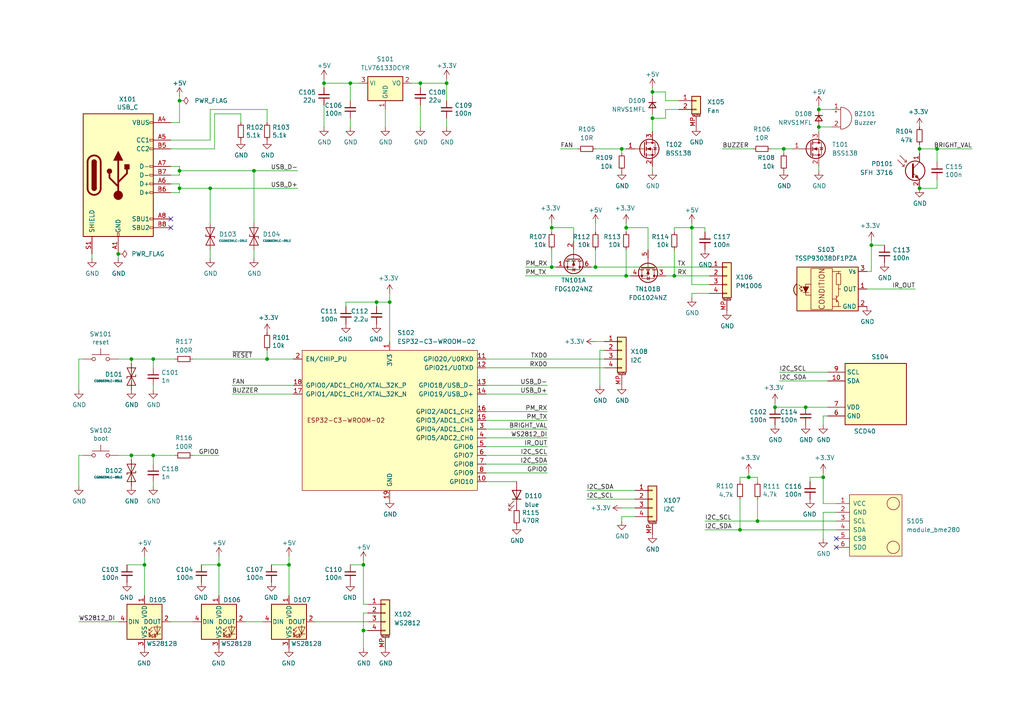
<source format=kicad_sch>
(kicad_sch (version 20230121) (generator eeschema)
  (paper "A4")
  (title_block (date "2024-01-13"))
  (junction (at 38.1 104.14))
  (junction (at 238.76 138.43))
  (junction (at 52.07 49.53))
  (junction (at 189.23 34.29))
  (junction (at 214.63 153.67))
  (junction (at 181.61 66.04))
  (junction (at 52.07 29.21))
  (junction (at 38.1 132.08))
  (junction (at 233.68 118.11))
  (junction (at 180.34 43.18))
  (junction (at 121.92 24.13))
  (junction (at 77.47 104.14))
  (junction (at 271.78 43.18))
  (junction (at 160.02 77.47))
  (junction (at 129.54 24.13))
  (junction (at 181.61 80.01))
  (junction (at 219.71 151.13))
  (junction (at 224.79 118.11))
  (junction (at 200.66 66.04))
  (junction (at 195.58 80.01))
  (junction (at 44.45 104.14))
  (junction (at 105.41 163.83))
  (junction (at 101.6 24.13))
  (junction (at 83.82 163.83))
  (junction (at 105.41 182.88))
  (junction (at 60.96 54.61))
  (junction (at 34.29 73.66))
  (junction (at 44.45 132.08))
  (junction (at 113.03 87.63))
  (junction (at 172.72 77.47))
  (junction (at 160.02 66.04))
  (junction (at 63.5 163.83))
  (junction (at 266.7 43.18))
  (junction (at 227.33 43.18))
  (junction (at 252.73 71.12))
  (junction (at 109.22 87.63))
  (junction (at 237.49 31.75))
  (junction (at 93.98 24.13))
  (junction (at 266.7 54.61))
  (junction (at 189.23 26.67))
  (junction (at 52.07 54.61))
  (junction (at 217.17 138.43))
  (junction (at 41.91 163.83))
  (junction (at 73.66 49.53))
  (junction (at 237.49 36.83))
  (no_connect (at 49.53 66.04))
  (no_connect (at 49.53 63.5))
  (no_connect (at 242.57 156.21))
  (no_connect (at 242.57 158.75))
  (wire (pts (xy 22.86 180.34) (xy 34.29 180.34)))
  (wire (pts (xy 52.07 49.53) (xy 73.66 49.53)))
  (wire (pts (xy 237.49 48.26) (xy 237.49 49.53)))
  (wire (pts (xy 187.96 66.04) (xy 187.96 72.39)))
  (wire (pts (xy 252.73 71.12) (xy 252.73 78.74)))
  (wire (pts (xy 52.07 50.8) (xy 52.07 49.53)))
  (wire (pts (xy 160.02 64.77) (xy 160.02 66.04)))
  (wire (pts (xy 140.97 111.76) (xy 158.75 111.76)))
  (wire (pts (xy 52.07 27.94) (xy 52.07 29.21)))
  (wire (pts (xy 251.46 78.74) (xy 252.73 78.74)))
  (wire (pts (xy 38.1 104.14) (xy 38.1 105.41)))
  (wire (pts (xy 49.53 35.56) (xy 52.07 35.56)))
  (wire (pts (xy 214.63 138.43) (xy 214.63 139.7)))
  (wire (pts (xy 83.82 163.83) (xy 83.82 172.72)))
  (wire (pts (xy 22.86 104.14) (xy 22.86 113.03)))
  (wire (pts (xy 166.37 66.04) (xy 166.37 69.85)))
  (wire (pts (xy 180.34 147.32) (xy 184.15 147.32)))
  (wire (pts (xy 101.6 34.29) (xy 101.6 36.83)))
  (wire (pts (xy 252.73 71.12) (xy 252.73 69.85)))
  (wire (pts (xy 44.45 104.14) (xy 44.45 106.68)))
  (wire (pts (xy 78.74 163.83) (xy 83.82 163.83)))
  (wire (pts (xy 38.1 104.14) (xy 44.45 104.14)))
  (wire (pts (xy 121.92 30.48) (xy 121.92 36.83)))
  (wire (pts (xy 77.47 104.14) (xy 85.09 104.14)))
  (wire (pts (xy 105.41 175.26) (xy 106.68 175.26)))
  (wire (pts (xy 181.61 64.77) (xy 181.61 66.04)))
  (wire (pts (xy 172.72 72.39) (xy 172.72 77.47)))
  (wire (pts (xy 171.45 77.47) (xy 172.72 77.47)))
  (wire (pts (xy 237.49 36.83) (xy 237.49 38.1)))
  (wire (pts (xy 60.96 54.61) (xy 86.36 54.61)))
  (wire (pts (xy 109.22 87.63) (xy 100.33 87.63)))
  (wire (pts (xy 100.33 87.63) (xy 100.33 88.9)))
  (wire (pts (xy 105.41 162.56) (xy 105.41 163.83)))
  (wire (pts (xy 193.04 34.29) (xy 189.23 34.29)))
  (wire (pts (xy 105.41 182.88) (xy 106.68 182.88)))
  (wire (pts (xy 238.76 148.59) (xy 238.76 156.21)))
  (wire (pts (xy 93.98 30.48) (xy 93.98 36.83)))
  (wire (pts (xy 172.72 77.47) (xy 205.74 77.47)))
  (wire (pts (xy 214.63 153.67) (xy 214.63 144.78)))
  (wire (pts (xy 44.45 132.08) (xy 50.8 132.08)))
  (wire (pts (xy 266.7 43.18) (xy 266.7 44.45)))
  (wire (pts (xy 227.33 43.18) (xy 229.87 43.18)))
  (wire (pts (xy 181.61 66.04) (xy 181.61 67.31)))
  (wire (pts (xy 205.74 85.09) (xy 200.66 85.09)))
  (wire (pts (xy 205.74 82.55) (xy 200.66 82.55)))
  (wire (pts (xy 140.97 134.62) (xy 158.75 134.62)))
  (wire (pts (xy 195.58 80.01) (xy 205.74 80.01)))
  (wire (pts (xy 140.97 127) (xy 158.75 127)))
  (wire (pts (xy 223.52 43.18) (xy 227.33 43.18)))
  (wire (pts (xy 172.72 43.18) (xy 180.34 43.18)))
  (wire (pts (xy 49.53 180.34) (xy 55.88 180.34)))
  (wire (pts (xy 219.71 151.13) (xy 219.71 144.78)))
  (wire (pts (xy 160.02 72.39) (xy 160.02 77.47)))
  (wire (pts (xy 217.17 137.16) (xy 217.17 138.43)))
  (wire (pts (xy 180.34 149.86) (xy 184.15 149.86)))
  (wire (pts (xy 129.54 34.29) (xy 129.54 36.83)))
  (wire (pts (xy 237.49 30.48) (xy 237.49 31.75)))
  (wire (pts (xy 140.97 119.38) (xy 158.75 119.38)))
  (wire (pts (xy 106.68 177.8) (xy 105.41 177.8)))
  (wire (pts (xy 237.49 36.83) (xy 241.3 36.83)))
  (wire (pts (xy 189.23 33.02) (xy 189.23 34.29)))
  (wire (pts (xy 227.33 43.18) (xy 227.33 44.45)))
  (wire (pts (xy 238.76 120.65) (xy 238.76 123.19)))
  (wire (pts (xy 195.58 72.39) (xy 195.58 80.01)))
  (wire (pts (xy 160.02 66.04) (xy 166.37 66.04)))
  (wire (pts (xy 226.06 110.49) (xy 240.03 110.49)))
  (wire (pts (xy 58.42 163.83) (xy 63.5 163.83)))
  (wire (pts (xy 224.79 118.11) (xy 233.68 118.11)))
  (wire (pts (xy 52.07 55.88) (xy 52.07 54.61)))
  (wire (pts (xy 69.85 33.02) (xy 69.85 35.56)))
  (wire (pts (xy 140.97 106.68) (xy 175.26 106.68)))
  (wire (pts (xy 85.09 111.76) (xy 67.31 111.76)))
  (wire (pts (xy 34.29 74.93) (xy 34.29 73.66)))
  (wire (pts (xy 181.61 80.01) (xy 182.88 80.01)))
  (wire (pts (xy 140.97 104.14) (xy 175.26 104.14)))
  (wire (pts (xy 77.47 31.75) (xy 77.47 35.56)))
  (wire (pts (xy 113.03 85.09) (xy 113.03 87.63)))
  (wire (pts (xy 234.95 138.43) (xy 238.76 138.43)))
  (wire (pts (xy 77.47 101.6) (xy 77.47 104.14)))
  (wire (pts (xy 173.99 101.6) (xy 173.99 111.76)))
  (wire (pts (xy 49.53 48.26) (xy 52.07 48.26)))
  (wire (pts (xy 129.54 22.86) (xy 129.54 24.13)))
  (wire (pts (xy 119.38 24.13) (xy 121.92 24.13)))
  (wire (pts (xy 214.63 153.67) (xy 242.57 153.67)))
  (wire (pts (xy 60.96 31.75) (xy 77.47 31.75)))
  (wire (pts (xy 189.23 26.67) (xy 193.04 26.67)))
  (wire (pts (xy 101.6 163.83) (xy 105.41 163.83)))
  (wire (pts (xy 113.03 87.63) (xy 113.03 99.06)))
  (wire (pts (xy 180.34 43.18) (xy 180.34 44.45)))
  (wire (pts (xy 52.07 29.21) (xy 52.07 35.56)))
  (wire (pts (xy 217.17 138.43) (xy 214.63 138.43)))
  (wire (pts (xy 140.97 132.08) (xy 158.75 132.08)))
  (wire (pts (xy 73.66 64.77) (xy 73.66 49.53)))
  (wire (pts (xy 224.79 116.84) (xy 224.79 118.11)))
  (wire (pts (xy 93.98 24.13) (xy 101.6 24.13)))
  (wire (pts (xy 140.97 124.46) (xy 158.75 124.46)))
  (wire (pts (xy 173.99 101.6) (xy 175.26 101.6)))
  (wire (pts (xy 52.07 54.61) (xy 60.96 54.61)))
  (wire (pts (xy 219.71 151.13) (xy 204.47 151.13)))
  (wire (pts (xy 172.72 99.06) (xy 175.26 99.06)))
  (wire (pts (xy 49.53 43.18) (xy 62.23 43.18)))
  (wire (pts (xy 41.91 163.83) (xy 41.91 172.72)))
  (wire (pts (xy 55.88 104.14) (xy 77.47 104.14)))
  (wire (pts (xy 204.47 67.31) (xy 204.47 66.04)))
  (wire (pts (xy 36.83 163.83) (xy 41.91 163.83)))
  (wire (pts (xy 121.92 24.13) (xy 129.54 24.13)))
  (wire (pts (xy 34.29 132.08) (xy 38.1 132.08)))
  (wire (pts (xy 195.58 67.31) (xy 195.58 66.04)))
  (wire (pts (xy 83.82 161.29) (xy 83.82 163.83)))
  (wire (pts (xy 209.55 43.18) (xy 218.44 43.18)))
  (wire (pts (xy 111.76 31.75) (xy 111.76 36.83)))
  (wire (pts (xy 172.72 64.77) (xy 172.72 67.31)))
  (wire (pts (xy 196.85 29.21) (xy 193.04 29.21)))
  (wire (pts (xy 152.4 77.47) (xy 160.02 77.47)))
  (wire (pts (xy 200.66 66.04) (xy 204.47 66.04)))
  (wire (pts (xy 193.04 29.21) (xy 193.04 26.67)))
  (wire (pts (xy 200.66 64.77) (xy 200.66 66.04)))
  (wire (pts (xy 71.12 180.34) (xy 76.2 180.34)))
  (wire (pts (xy 160.02 66.04) (xy 160.02 67.31)))
  (wire (pts (xy 170.18 144.78) (xy 184.15 144.78)))
  (wire (pts (xy 238.76 138.43) (xy 238.76 146.05)))
  (wire (pts (xy 73.66 49.53) (xy 86.36 49.53)))
  (wire (pts (xy 63.5 161.29) (xy 63.5 163.83)))
  (wire (pts (xy 219.71 138.43) (xy 219.71 139.7)))
  (wire (pts (xy 26.67 74.93) (xy 26.67 73.66)))
  (wire (pts (xy 129.54 24.13) (xy 129.54 29.21)))
  (wire (pts (xy 195.58 66.04) (xy 200.66 66.04)))
  (wire (pts (xy 252.73 71.12) (xy 256.54 71.12)))
  (wire (pts (xy 189.23 34.29) (xy 189.23 38.1)))
  (wire (pts (xy 44.45 104.14) (xy 50.8 104.14)))
  (wire (pts (xy 121.92 24.13) (xy 121.92 25.4)))
  (wire (pts (xy 271.78 46.99) (xy 271.78 43.18)))
  (wire (pts (xy 233.68 118.11) (xy 240.03 118.11)))
  (wire (pts (xy 193.04 80.01) (xy 195.58 80.01)))
  (wire (pts (xy 101.6 24.13) (xy 104.14 24.13)))
  (wire (pts (xy 22.86 132.08) (xy 22.86 140.97)))
  (wire (pts (xy 44.45 132.08) (xy 44.45 134.62)))
  (wire (pts (xy 170.18 142.24) (xy 184.15 142.24)))
  (wire (pts (xy 217.17 138.43) (xy 219.71 138.43)))
  (wire (pts (xy 52.07 54.61) (xy 52.07 53.34)))
  (wire (pts (xy 73.66 74.93) (xy 73.66 72.39)))
  (wire (pts (xy 55.88 132.08) (xy 63.5 132.08)))
  (wire (pts (xy 266.7 54.61) (xy 271.78 54.61)))
  (wire (pts (xy 93.98 24.13) (xy 93.98 22.86)))
  (wire (pts (xy 152.4 80.01) (xy 181.61 80.01)))
  (wire (pts (xy 237.49 31.75) (xy 241.3 31.75)))
  (wire (pts (xy 238.76 137.16) (xy 238.76 138.43)))
  (wire (pts (xy 105.41 177.8) (xy 105.41 182.88)))
  (wire (pts (xy 113.03 87.63) (xy 109.22 87.63)))
  (wire (pts (xy 38.1 132.08) (xy 44.45 132.08)))
  (wire (pts (xy 49.53 55.88) (xy 52.07 55.88)))
  (wire (pts (xy 140.97 129.54) (xy 158.75 129.54)))
  (wire (pts (xy 105.41 163.83) (xy 105.41 175.26)))
  (wire (pts (xy 24.13 104.14) (xy 22.86 104.14)))
  (wire (pts (xy 226.06 107.95) (xy 240.03 107.95)))
  (wire (pts (xy 109.22 87.63) (xy 109.22 88.9)))
  (wire (pts (xy 63.5 163.83) (xy 63.5 172.72)))
  (wire (pts (xy 189.23 49.53) (xy 189.23 48.26)))
  (wire (pts (xy 41.91 161.29) (xy 41.91 163.83)))
  (wire (pts (xy 242.57 148.59) (xy 238.76 148.59)))
  (wire (pts (xy 160.02 77.47) (xy 161.29 77.47)))
  (wire (pts (xy 101.6 24.13) (xy 101.6 29.21)))
  (wire (pts (xy 62.23 43.18) (xy 62.23 33.02)))
  (wire (pts (xy 189.23 25.4) (xy 189.23 26.67)))
  (wire (pts (xy 49.53 40.64) (xy 60.96 40.64)))
  (wire (pts (xy 60.96 64.77) (xy 60.96 54.61)))
  (wire (pts (xy 180.34 43.18) (xy 181.61 43.18)))
  (wire (pts (xy 219.71 151.13) (xy 242.57 151.13)))
  (wire (pts (xy 140.97 114.3) (xy 158.75 114.3)))
  (wire (pts (xy 251.46 83.82) (xy 265.43 83.82)))
  (wire (pts (xy 38.1 132.08) (xy 38.1 133.35)))
  (wire (pts (xy 214.63 153.67) (xy 204.47 153.67)))
  (wire (pts (xy 181.61 66.04) (xy 187.96 66.04)))
  (wire (pts (xy 271.78 43.18) (xy 281.94 43.18)))
  (wire (pts (xy 24.13 132.08) (xy 22.86 132.08)))
  (wire (pts (xy 196.85 31.75) (xy 193.04 31.75)))
  (wire (pts (xy 105.41 182.88) (xy 105.41 187.96)))
  (wire (pts (xy 180.34 149.86) (xy 180.34 151.13)))
  (wire (pts (xy 140.97 137.16) (xy 158.75 137.16)))
  (wire (pts (xy 266.7 41.91) (xy 266.7 43.18)))
  (wire (pts (xy 44.45 139.7) (xy 44.45 140.97)))
  (wire (pts (xy 266.7 43.18) (xy 271.78 43.18)))
  (wire (pts (xy 52.07 48.26) (xy 52.07 49.53)))
  (wire (pts (xy 34.29 104.14) (xy 38.1 104.14)))
  (wire (pts (xy 189.23 26.67) (xy 189.23 27.94)))
  (wire (pts (xy 93.98 24.13) (xy 93.98 25.4)))
  (wire (pts (xy 49.53 50.8) (xy 52.07 50.8)))
  (wire (pts (xy 234.95 139.7) (xy 234.95 138.43)))
  (wire (pts (xy 181.61 72.39) (xy 181.61 80.01)))
  (wire (pts (xy 91.44 180.34) (xy 106.68 180.34)))
  (wire (pts (xy 200.66 66.04) (xy 200.66 82.55)))
  (wire (pts (xy 49.53 53.34) (xy 52.07 53.34)))
  (wire (pts (xy 193.04 31.75) (xy 193.04 34.29)))
  (wire (pts (xy 62.23 33.02) (xy 69.85 33.02)))
  (wire (pts (xy 240.03 120.65) (xy 238.76 120.65)))
  (wire (pts (xy 162.56 43.18) (xy 167.64 43.18)))
  (wire (pts (xy 271.78 54.61) (xy 271.78 52.07)))
  (wire (pts (xy 140.97 139.7) (xy 149.86 139.7)))
  (wire (pts (xy 85.09 114.3) (xy 67.31 114.3)))
  (wire (pts (xy 60.96 40.64) (xy 60.96 31.75)))
  (wire (pts (xy 44.45 111.76) (xy 44.45 113.03)))
  (wire (pts (xy 200.66 85.09) (xy 200.66 86.36)))
  (wire (pts (xy 140.97 121.92) (xy 158.75 121.92)))
  (wire (pts (xy 60.96 72.39) (xy 60.96 74.93)))
  (wire (pts (xy 238.76 146.05) (xy 242.57 146.05)))
  (label "FAN" (at 162.56 43.18 0))
  (label "~{RESET}" (at 67.31 104.14 0))
  (label "USB_D+" (at 158.75 114.3 180))
  (label "PM_RX" (at 158.75 119.38 180))
  (label "IR_OUT" (at 265.43 83.82 180))
  (label "FAN" (at 67.31 111.76 0))
  (label "WS2812_DI" (at 22.86 180.34 0))
  (label "BRIGHT_VAL" (at 281.94 43.18 180))
  (label "TX" (at 196.469 77.47 0))
  (label "RXD0" (at 158.75 106.68 180))
  (label "PM_RX" (at 152.4 77.47 0))
  (label "IR_OUT" (at 158.75 129.54 180))
  (label "WS2812_DI" (at 158.75 127 180))
  (label "USB_D-" (at 86.36 49.53 180))
  (label "I2C_SCL" (at 158.75 132.08 180))
  (label "RX" (at 196.469 80.01 0))
  (label "BUZZER" (at 67.31 114.3 0))
  (label "PM_TX" (at 152.4 80.01 0))
  (label "I2C_SDA" (at 204.47 153.67 0))
  (label "I2C_SCL" (at 204.47 151.13 0))
  (label "GPIO0" (at 63.5 132.08 180))
  (label "GPIO0" (at 158.75 137.16 180))
  (label "I2C_SCL" (at 170.18 144.78 0))
  (label "TXD0" (at 158.75 104.14 180))
  (label "I2C_SDA" (at 226.06 110.49 0))
  (label "I2C_SCL" (at 226.06 107.95 0))
  (label "USB_D-" (at 158.75 111.76 180))
  (label "I2C_SDA" (at 170.18 142.24 0))
  (label "I2C_SDA" (at 158.75 134.62 180))
  (label "BUZZER" (at 209.55 43.18 0))
  (label "BRIGHT_VAL" (at 158.75 124.46 180))
  (label "PM_TX" (at 158.75 121.92 180))
  (label "USB_D+" (at 86.36 54.61 180))
  (symbol (lib_id "Device:C_Small") (at 204.47 69.85 0) (unit 1)
    (property "Reference" "C117" (at 206.8068 68.6816 0) (effects (justify left)))
    (property "Value" "100n" (at 206.8068 70.993 0) (effects (justify left)))
    (property "Footprint" "Capacitor_SMD:C_0603_1608Metric" (effects hide))
  )
  (symbol (lib_id "Connector_Generic_MountingPin:Conn_01x04_MountingPin") (at 210.82 80.01 0) (unit 1)
    (property "Reference" "X106" (at 213.36 80.3656 0) (effects (justify left)))
    (property "Value" "PM1006" (at 213.36 82.9056 0) (effects (justify left)))
    (property "Footprint" "Connector_JST:JST_SH_BM04B-SRSS-TB_1x04-1MP_P1.00mm_Vertical" (effects hide))
    (property "Partnumber" "649-10147605-00004LF" (effects hide))
    (property "Supplier" "Mouser" (effects hide))
  )
  (symbol (lib_id "power:+5V") (at 172.72 64.77 0) (unit 1)
    (property "Reference" "#PWR0158" (effects hide))
    (property "Value" "+5V" (at 172.72 60.96 0))
  )
  (symbol (lib_id "Device:R_Small") (at 220.98 43.18 90) (mirror x) (unit 1)
    (property "Reference" "R106" (at 220.98 37.465 90))
    (property "Value" "10R" (at 220.98 40.005 90))
    (property "Footprint" "Resistor_SMD:R_0603_1608Metric" (effects hide))
  )
  (symbol (lib_id "power:+3.3V") (at 113.03 85.09 0) (mirror y) (unit 1)
    (property "Reference" "#PWR0139" (effects hide))
    (property "Value" "+3.3V" (at 112.649 80.6958 0))
  )
  (symbol (lib_id "Connector:USB_C_Receptacle_USB2.0") (at 34.29 50.8 0) (unit 1)
    (property "Reference" "X101" (at 37.0078 28.7782 0))
    (property "Value" "USB_C" (at 37.0078 31.0896 0))
    (property "Footprint" "Connector_USB:USB_C_Receptacle_GCT_USB4115-03-C" (effects hide))
    (property "Partnumber" "640-USB4115-03-C" (effects hide))
    (property "Supplier" "Mouser" (effects hide))
  )
  (symbol (lib_id "Transistor_FET:FDG1024NZ") (at 166.37 74.93 270) (unit 1)
    (property "Reference" "TN101" (at 166.37 81.28 90))
    (property "Value" "FDG1024NZ" (at 166.37 83.82 90))
    (property "Footprint" "Package_TO_SOT_SMD:SOT-363_SC-70-6" (effects hide))
    (property "Datasheet" "https://www.onsemi.com/pub/Collateral/FDG1024NZ-D.pdf" (effects hide))
    (property "Partnumber" "512-FDG1024NZ" (effects hide))
    (property "Supplier" "Mouser" (effects hide))
  )
  (symbol (lib_id "Device:C_Small") (at 233.68 120.65 0) (mirror y) (unit 1)
    (property "Reference" "C114" (at 231.3432 119.4816 0) (effects (justify left)))
    (property "Value" "100n" (at 231.3432 121.793 0) (effects (justify left)))
    (property "Footprint" "Capacitor_SMD:C_0603_1608Metric" (effects hide))
  )
  (symbol (lib_id "Switch:SW_Push") (at 29.21 104.14 0) (unit 1)
    (property "Reference" "SW101" (at 29.21 96.901 0))
    (property "Value" "reset" (at 29.21 99.2124 0))
    (property "Footprint" "Button_Switch_SMD:SW_SPST_B3U-1000P" (effects hide))
    (property "Partnumber" "653-B3U-1000P" (effects hide))
    (property "Supplier" "Mouser" (effects hide))
  )
  (symbol (lib_id "Device:C_Small") (at 44.45 137.16 0) (unit 1)
    (property "Reference" "C118" (at 46.7868 135.9916 0) (effects (justify left)))
    (property "Value" "1n" (at 46.7868 138.303 0) (effects (justify left)))
    (property "Footprint" "Capacitor_SMD:C_0603_1608Metric" (effects hide))
  )
  (symbol (lib_id "Device:R_Small") (at 149.86 149.86 180) (unit 1)
    (property "Reference" "R115" (at 151.3586 148.6916 0) (effects (justify right)))
    (property "Value" "470R" (at 151.3586 151.003 0) (effects (justify right)))
    (property "Footprint" "Resistor_SMD:R_0603_1608Metric" (effects hide))
  )
  (symbol (lib_id "power:GND") (at 233.68 123.19 0) (unit 1)
    (property "Reference" "#PWR0147" (effects hide))
    (property "Value" "GND" (at 233.807 127.5842 0))
  )
  (symbol (lib_id "power:GND") (at 237.49 49.53 0) (unit 1)
    (property "Reference" "#PWR0110" (effects hide))
    (property "Value" "GND" (at 237.617 53.9242 0))
  )
  (symbol (lib_id "Device:C_Small") (at 100.33 91.44 0) (mirror y) (unit 1)
    (property "Reference" "C111" (at 97.9932 90.2716 0) (effects (justify left)))
    (property "Value" "100n" (at 97.9932 92.583 0) (effects (justify left)))
    (property "Footprint" "Capacitor_SMD:C_0603_1608Metric" (effects hide))
  )
  (symbol (lib_id "power:GND") (at 60.96 74.93 0) (unit 1)
    (property "Reference" "#PWR0111" (effects hide))
    (property "Value" "GND" (at 61.087 79.3242 0))
  )
  (symbol (lib_id "power:GND") (at 180.34 49.53 0) (unit 1)
    (property "Reference" "#PWR0152" (effects hide))
    (property "Value" "GND" (at 180.467 53.9242 0))
  )
  (symbol (lib_id "power:GND") (at 101.6 168.91 0) (mirror y) (unit 1)
    (property "Reference" "#PWR0133" (effects hide))
    (property "Value" "GND" (at 101.473 173.3042 0))
  )
  (symbol (lib_id "power:GND") (at 44.45 113.03 0) (unit 1)
    (property "Reference" "#PWR0108" (effects hide))
    (property "Value" "GND" (at 44.577 117.4242 0))
  )
  (symbol (lib_id "power:+3.3V") (at 266.7 36.83 0) (mirror y) (unit 1)
    (property "Reference" "#PWR0148" (effects hide))
    (property "Value" "+3.3V" (at 266.319 32.4358 0))
  )
  (symbol (lib_id "power:GND") (at 38.1 140.97 0) (unit 1)
    (property "Reference" "#PWR0106" (effects hide))
    (property "Value" "GND" (at 38.227 145.3642 0))
  )
  (symbol (lib_id "Diode:ESD9B5.0ST5G") (at 38.1 137.16 270) (mirror x) (unit 1)
    (property "Reference" "D102" (at 35.56 136.525 90) (effects (justify right)))
    (property "Value" "CG0603MLC-05LE" (at 35.56 138.43 90) (effects (font (size 0.6 0.6)) (justify right)))
    (property "Footprint" "Diode_SMD:D_0603_1608Metric" (effects hide))
    (property "Datasheet" "https://www.onsemi.com/pub/Collateral/ESD9B-D.PDF" (effects hide))
    (property "Partnumber" "652-CG0603MLC-05LE" (effects hide))
    (property "Supplier" "Mouser" (effects hide))
  )
  (symbol (lib_id "Connector_Generic_MountingPin:Conn_01x02_MountingPin") (at 201.93 29.21 0) (unit 1)
    (property "Reference" "X105" (at 205.105 29.5656 0) (effects (justify left)))
    (property "Value" "Fan" (at 205.105 32.1056 0) (effects (justify left)))
    (property "Footprint" "Connector_JST:JST_SH_BM02B-SRSS-TB_1x02-1MP_P1.00mm_Vertical" (effects hide))
    (property "Partnumber" "649-10147605-00002LF" (effects hide))
    (property "Supplier" "Mouser" (effects hide))
  )
  (symbol (lib_id "Switch:SW_Push") (at 29.21 132.08 0) (unit 1)
    (property "Reference" "SW102" (at 29.21 124.841 0))
    (property "Value" "boot" (at 29.21 127.1524 0))
    (property "Footprint" "Button_Switch_SMD:SW_SPST_B3U-1000P" (effects hide))
    (property "Partnumber" "653-B3U-1000P" (effects hide))
    (property "Supplier" "Mouser" (effects hide))
  )
  (symbol (lib_id "power:GND") (at 93.98 36.83 0) (unit 1)
    (property "Reference" "#PWR0122" (effects hide))
    (property "Value" "GND" (at 94.107 41.2242 0))
  )
  (symbol (lib_id "power:GND") (at 251.46 88.9 0) (unit 1)
    (property "Reference" "#PWR0142" (effects hide))
    (property "Value" "GND" (at 251.587 93.2942 0))
  )
  (symbol (lib_id "power:GND") (at 26.67 74.93 0) (unit 1)
    (property "Reference" "#PWR0103" (effects hide))
    (property "Value" "GND" (at 26.797 79.3242 0))
  )
  (symbol (lib_id "power:+3.3V") (at 180.34 147.32 90) (mirror x) (unit 1)
    (property "Reference" "#PWR0172" (effects hide))
    (property "Value" "+3.3V" (at 177.165 147.32 90) (effects (justify left)))
  )
  (symbol (lib_id "power:GND") (at 238.76 156.21 0) (unit 1)
    (property "Reference" "#PWR0162" (effects hide))
    (property "Value" "GND" (at 238.887 160.6042 0))
  )
  (symbol (lib_id "Diode:ESD9B5.0ST5G") (at 38.1 109.22 270) (mirror x) (unit 1)
    (property "Reference" "D101" (at 35.56 108.585 90) (effects (justify right)))
    (property "Value" "CG0603MLC-05LE" (at 35.56 110.49 90) (effects (font (size 0.6 0.6)) (justify right)))
    (property "Footprint" "Diode_SMD:D_0603_1608Metric" (effects hide))
    (property "Datasheet" "https://www.onsemi.com/pub/Collateral/ESD9B-D.PDF" (effects hide))
    (property "Partnumber" "652-CG0603MLC-05LE" (effects hide))
    (property "Supplier" "Mouser" (effects hide))
  )
  (symbol (lib_id "Connector_Generic_MountingPin:Conn_01x04_MountingPin") (at 180.34 101.6 0) (unit 1)
    (property "Reference" "X108" (at 182.88 101.9556 0) (effects (justify left)))
    (property "Value" "I2C" (at 182.88 104.4956 0) (effects (justify left)))
    (property "Footprint" "Connector_JST:JST_SH_BM04B-SRSS-TB_1x04-1MP_P1.00mm_Vertical" (effects hide))
    (property "Supplier" "Mouser" (effects hide))
    (property "Partnumber" "649-10147605-00004LF" (effects hide))
  )
  (symbol (lib_id "power:+5V") (at 237.49 30.48 0) (unit 1)
    (property "Reference" "#PWR0154" (effects hide))
    (property "Value" "+5V" (at 237.49 26.67 0))
  )
  (symbol (lib_id "Device:C_Small") (at 271.78 49.53 0) (unit 1)
    (property "Reference" "C115" (at 274.1168 48.3616 0) (effects (justify left)))
    (property "Value" "100n" (at 274.1168 50.673 0) (effects (justify left)))
    (property "Footprint" "Capacitor_SMD:C_0603_1608Metric" (effects hide))
  )
  (symbol (lib_id "usini_sensors:module_bme280") (at 242.57 153.67 0) (unit 1)
    (property "Reference" "S105" (at 262.89 151.13 0) (effects (justify left)))
    (property "Value" "module_bme280" (at 262.89 153.67 0) (effects (justify left)))
    (property "Footprint" "footprint:module_bme280" (effects hide))
  )
  (symbol (lib_id "Device:C_Small") (at 36.83 166.37 0) (mirror y) (unit 1)
    (property "Reference" "C103" (at 34.4932 165.2016 0) (effects (justify left)))
    (property "Value" "100n" (at 34.4932 167.513 0) (effects (justify left)))
    (property "Footprint" "Capacitor_SMD:C_0603_1608Metric" (effects hide))
  )
  (symbol (lib_id "Device:D_Small") (at 189.23 30.48 270) (unit 1)
    (property "Reference" "D109" (at 187.325 29.21 90) (effects (justify right)))
    (property "Value" "NRVS1MFL" (at 187.325 31.75 90) (effects (justify right)))
    (property "Footprint" "Diode_SMD:D_SOD-123F" (effects hide))
    (property "Sim.Device" "D" (effects hide))
    (property "Sim.Pins" "1=K 2=A" (effects hide))
  )
  (symbol (lib_id "power:GND") (at 83.82 187.96 0) (mirror y) (unit 1)
    (property "Reference" "#PWR0129" (effects hide))
    (property "Value" "GND" (at 83.693 192.3542 0))
  )
  (symbol (lib_id "power:GND") (at 227.33 49.53 0) (unit 1)
    (property "Reference" "#PWR0151" (effects hide))
    (property "Value" "GND" (at 227.457 53.9242 0))
  )
  (symbol (lib_id "Device:R_Small") (at 69.85 38.1 180) (unit 1)
    (property "Reference" "R102" (at 71.3486 36.9316 0) (effects (justify right)))
    (property "Value" "5.1k" (at 71.3486 39.243 0) (effects (justify right)))
    (property "Footprint" "Resistor_SMD:R_0603_1608Metric" (effects hide))
  )
  (symbol (lib_id "power:GND") (at 101.6 36.83 0) (unit 1)
    (property "Reference" "#PWR0123" (effects hide))
    (property "Value" "GND" (at 101.727 41.2242 0))
  )
  (symbol (lib_id "power:GND") (at 22.86 113.03 0) (unit 1)
    (property "Reference" "#PWR0101" (effects hide))
    (property "Value" "GND" (at 22.987 117.4242 0))
  )
  (symbol (lib_id "power:+5V") (at 52.07 27.94 0) (unit 1)
    (property "Reference" "#PWR0109" (effects hide))
    (property "Value" "+5V" (at 52.07 24.13 0))
  )
  (symbol (lib_id "power:GND") (at 256.54 76.2 0) (unit 1)
    (property "Reference" "#PWR0143" (effects hide))
    (property "Value" "GND" (at 256.667 80.5942 0))
  )
  (symbol (lib_id "Device:C_Small") (at 78.74 166.37 0) (mirror y) (unit 1)
    (property "Reference" "C107" (at 76.4032 165.2016 0) (effects (justify left)))
    (property "Value" "100n" (at 76.4032 167.513 0) (effects (justify left)))
    (property "Footprint" "Capacitor_SMD:C_0603_1608Metric" (effects hide))
  )
  (symbol (lib_id "Device:R_Small") (at 195.58 69.85 0) (mirror x) (unit 1)
    (property "Reference" "R114" (at 194.0814 68.6816 0) (effects (justify right)))
    (property "Value" "10k" (at 194.0814 70.993 0) (effects (justify right)))
    (property "Footprint" "Resistor_SMD:R_0603_1608Metric" (effects hide))
  )
  (symbol (lib_id "power:GND") (at 111.76 187.96 0) (unit 1)
    (property "Reference" "#PWR0136" (effects hide))
    (property "Value" "GND" (at 111.887 192.3542 0))
  )
  (symbol (lib_id "Device:C_Small") (at 101.6 31.75 180) (unit 1)
    (property "Reference" "C106" (at 99.2632 30.5816 0) (effects (justify left)))
    (property "Value" "100n" (at 99.2632 32.893 0) (effects (justify left)))
    (property "Footprint" "Capacitor_SMD:C_0603_1608Metric" (effects hide))
  )
  (symbol (lib_id "Diode:ESD9B5.0ST5G") (at 60.96 68.58 90) (unit 1)
    (property "Reference" "D103" (at 63.5 67.945 90) (effects (justify right)))
    (property "Value" "CG0603MLC-05LE" (at 63.5 69.85 90) (effects (font (size 0.6 0.6)) (justify right)))
    (property "Footprint" "Diode_SMD:D_0603_1608Metric" (effects hide))
    (property "Datasheet" "https://www.onsemi.com/pub/Collateral/ESD9B-D.PDF" (effects hide))
    (property "Partnumber" "652-CG0603MLC-05LE" (effects hide))
    (property "Supplier" "Mouser" (effects hide))
  )
  (symbol (lib_id "power:PWR_FLAG") (at 34.29 73.66 270) (unit 1)
    (property "Reference" "#FLG0101" (effects hide))
    (property "Value" "PWR_FLAG" (at 38.1 73.66 90) (effects (justify left)))
  )
  (symbol (lib_id "Device:R_Small") (at 77.47 38.1 180) (unit 1)
    (property "Reference" "R103" (at 78.9686 36.9316 0) (effects (justify right)))
    (property "Value" "5.1k" (at 78.9686 39.243 0) (effects (justify right)))
    (property "Footprint" "Resistor_SMD:R_0603_1608Metric" (effects hide))
  )
  (symbol (lib_id "power:GND") (at 180.34 111.76 0) (unit 1)
    (property "Reference" "#PWR0171" (effects hide))
    (property "Value" "GND" (at 180.467 116.1542 0))
  )
  (symbol (lib_id "Device:C_Small") (at 93.98 27.94 180) (unit 1)
    (property "Reference" "C105" (at 91.6432 26.7716 0) (effects (justify left)))
    (property "Value" "22u" (at 91.6432 29.083 0) (effects (justify left)))
    (property "Footprint" "Capacitor_SMD:C_0805_2012Metric" (effects hide))
  )
  (symbol (lib_id "Device:R_Small") (at 77.47 99.06 180) (unit 1)
    (property "Reference" "R101" (at 78.9686 97.8916 0) (effects (justify right)))
    (property "Value" "10k" (at 78.9686 100.203 0) (effects (justify right)))
    (property "Footprint" "Resistor_SMD:R_0603_1608Metric" (effects hide))
  )
  (symbol (lib_id "Connector_Generic_MountingPin:Conn_01x04_MountingPin") (at 111.76 177.8 0) (unit 1)
    (property "Reference" "X102" (at 114.3 178.1556 0) (effects (justify left)))
    (property "Value" "WS2812" (at 114.3 180.6956 0) (effects (justify left)))
    (property "Footprint" "Connector_JST:JST_SH_BM04B-SRSS-TB_1x04-1MP_P1.00mm_Vertical" (effects hide))
    (property "Supplier" "Mouser" (effects hide))
    (property "Partnumber" "649-10147605-00004LF" (effects hide))
  )
  (symbol (lib_id "Device:R_Small") (at 170.18 43.18 90) (mirror x) (unit 1)
    (property "Reference" "R105" (at 170.18 37.465 90))
    (property "Value" "10R" (at 170.18 40.005 90))
    (property "Footprint" "Resistor_SMD:R_0603_1608Metric" (effects hide))
  )
  (symbol (lib_id "Device:Buzzer") (at 243.84 34.29 0) (unit 1)
    (property "Reference" "BZ101" (at 247.65 33.02 0) (effects (justify left)))
    (property "Value" "Buzzer" (at 247.65 35.56 0) (effects (justify left)))
    (property "Footprint" "footprint:CMT752580SMTTR" (effects hide))
    (property "Partnumber" "CMT-7525-80-SMT-TR " (effects hide))
    (property "Supplier" "Mouser" (effects hide))
  )
  (symbol (lib_id "power:+5V") (at 105.41 162.56 0) (unit 1)
    (property "Reference" "#PWR0128" (effects hide))
    (property "Value" "+5V" (at 105.41 158.75 0))
  )
  (symbol (lib_id "power:GND") (at 201.93 36.83 0) (unit 1)
    (property "Reference" "#PWR0163" (effects hide))
    (property "Value" "GND" (at 202.057 41.2242 0))
  )
  (symbol (lib_id "Device:R_Small") (at 180.34 46.99 0) (mirror x) (unit 1)
    (property "Reference" "R109" (at 177.8 45.72 0) (effects (justify right)))
    (property "Value" "10k" (at 177.8 48.26 0) (effects (justify right)))
    (property "Footprint" "Resistor_SMD:R_0603_1608Metric" (effects hide))
  )
  (symbol (lib_id "Device:R_Small") (at 266.7 39.37 0) (mirror x) (unit 1)
    (property "Reference" "R104" (at 264.795 38.1 0) (effects (justify right)))
    (property "Value" "47k" (at 264.795 40.64 0) (effects (justify right)))
    (property "Footprint" "Resistor_SMD:R_0603_1608Metric" (effects hide))
  )
  (symbol (lib_id "power:GND") (at 121.92 36.83 0) (unit 1)
    (property "Reference" "#PWR0130" (effects hide))
    (property "Value" "GND" (at 122.047 41.2242 0))
  )
  (symbol (lib_id "power:GND") (at 100.33 93.98 0) (mirror y) (unit 1)
    (property "Reference" "#PWR0137" (effects hide))
    (property "Value" "GND" (at 100.203 98.3742 0))
  )
  (symbol (lib_id "power:GND") (at 77.47 40.64 0) (unit 1)
    (property "Reference" "#PWR0114" (effects hide))
    (property "Value" "GND" (at 77.597 45.0342 0))
  )
  (symbol (lib_id "power:GND") (at 180.34 151.13 0) (unit 1)
    (property "Reference" "#PWR0170" (effects hide))
    (property "Value" "GND" (at 180.467 155.5242 0))
  )
  (symbol (lib_id "power:+5V") (at 189.23 25.4 0) (unit 1)
    (property "Reference" "#PWR0156" (effects hide))
    (property "Value" "+5V" (at 189.23 21.59 0))
  )
  (symbol (lib_id "power:GND") (at 189.23 49.53 0) (unit 1)
    (property "Reference" "#PWR0157" (effects hide))
    (property "Value" "GND" (at 189.357 53.9242 0))
  )
  (symbol (lib_id "Connector_Generic_MountingPin:Conn_01x04_MountingPin") (at 189.23 144.78 0) (unit 1)
    (property "Reference" "X107" (at 192.405 145.1356 0) (effects (justify left)))
    (property "Value" "I2C" (at 192.405 147.6756 0) (effects (justify left)))
    (property "Footprint" "Connector_JST:JST_SH_BM04B-SRSS-TB_1x04-1MP_P1.00mm_Vertical" (effects hide))
    (property "Supplier" "Mouser" (effects hide))
    (property "Partnumber" "649-10147605-00004LF" (effects hide))
  )
  (symbol (lib_id "power:+5V") (at 93.98 22.86 0) (unit 1)
    (property "Reference" "#PWR0121" (effects hide))
    (property "Value" "+5V" (at 93.98 19.05 0))
  )
  (symbol (lib_id "LED:WS2812B") (at 41.91 180.34 0) (unit 1)
    (property "Reference" "D105" (at 45.72 173.99 0))
    (property "Value" "WS2812B" (at 46.99 186.69 0))
    (property "Footprint" "LED_SMD:LED_WS2812B_PLCC4_5.0x5.0mm_P3.2mm" (effects hide))
    (property "Datasheet" "https://cdn-shop.adafruit.com/datasheets/WS2812B.pdf" (effects hide))
    (property "Partnumber" "474-COM-16346" (effects hide))
    (property "Supplier" "Mouser" (effects hide))
  )
  (symbol (lib_id "power:+3.3V") (at 181.61 64.77 0) (mirror y) (unit 1)
    (property "Reference" "#PWR0159" (effects hide))
    (property "Value" "+3.3V" (at 181.229 60.3758 0))
  )
  (symbol (lib_id "Device:C_Small") (at 234.95 142.24 0) (mirror y) (unit 1)
    (property "Reference" "C116" (at 232.6132 141.0716 0) (effects (justify left)))
    (property "Value" "100n" (at 232.6132 143.383 0) (effects (justify left)))
    (property "Footprint" "Capacitor_SMD:C_0603_1608Metric" (effects hide))
  )
  (symbol (lib_id "power:GND") (at 36.83 168.91 0) (mirror y) (unit 1)
    (property "Reference" "#PWR0115" (effects hide))
    (property "Value" "GND" (at 36.703 173.3042 0))
  )
  (symbol (lib_id "power:GND") (at 38.1 113.03 0) (unit 1)
    (property "Reference" "#PWR0105" (effects hide))
    (property "Value" "GND" (at 38.227 117.4242 0))
  )
  (symbol (lib_id "power:GND") (at 189.23 154.94 0) (unit 1)
    (property "Reference" "#PWR0169" (effects hide))
    (property "Value" "GND" (at 189.357 159.3342 0))
  )
  (symbol (lib_id "LED:WS2812B") (at 63.5 180.34 0) (unit 1)
    (property "Reference" "D106" (at 67.31 173.99 0))
    (property "Value" "WS2812B" (at 68.58 186.69 0))
    (property "Footprint" "LED_SMD:LED_WS2812B_PLCC4_5.0x5.0mm_P3.2mm" (effects hide))
    (property "Datasheet" "https://cdn-shop.adafruit.com/datasheets/WS2812B.pdf" (effects hide))
    (property "Partnumber" "474-COM-16346" (effects hide))
    (property "Supplier" "Mouser" (effects hide))
  )
  (symbol (lib_id "Device:R_Small") (at 53.34 132.08 270) (unit 1)
    (property "Reference" "R116" (at 53.34 127 90))
    (property "Value" "100R" (at 53.34 129.54 90))
    (property "Footprint" "Resistor_SMD:R_0603_1608Metric" (effects hide))
  )
  (symbol (lib_id "power:GND") (at 105.41 187.96 0) (unit 1)
    (property "Reference" "#PWR0135" (effects hide))
    (property "Value" "GND" (at 105.537 192.3542 0))
  )
  (symbol (lib_id "power:PWR_FLAG") (at 52.07 29.21 270) (unit 1)
    (property "Reference" "#FLG0102" (effects hide))
    (property "Value" "PWR_FLAG" (at 56.388 29.21 90) (effects (justify left)))
  )
  (symbol (lib_id "power:+3.3V") (at 129.54 22.86 0) (unit 1)
    (property "Reference" "#PWR0131" (effects hide))
    (property "Value" "+3.3V" (at 129.54 19.05 0))
  )
  (symbol (lib_id "LED:WS2812B") (at 83.82 180.34 0) (unit 1)
    (property "Reference" "D107" (at 87.63 173.99 0))
    (property "Value" "WS2812B" (at 88.9 186.69 0))
    (property "Footprint" "LED_SMD:LED_WS2812B_PLCC4_5.0x5.0mm_P3.2mm" (effects hide))
    (property "Datasheet" "https://cdn-shop.adafruit.com/datasheets/WS2812B.pdf" (effects hide))
    (property "Partnumber" "474-COM-16346" (effects hide))
    (property "Supplier" "Mouser" (effects hide))
  )
  (symbol (lib_id "power:GND") (at 44.45 140.97 0) (unit 1)
    (property "Reference" "#PWR0164" (effects hide))
    (property "Value" "GND" (at 44.577 145.3642 0))
  )
  (symbol (lib_id "Device:C_Small") (at 109.22 91.44 0) (mirror y) (unit 1)
    (property "Reference" "C112" (at 106.8832 90.2716 0) (effects (justify left)))
    (property "Value" "2.2u" (at 106.8832 92.583 0) (effects (justify left)))
    (property "Footprint" "Capacitor_SMD:C_0603_1608Metric" (effects hide))
  )
  (symbol (lib_id "power:GND") (at 149.86 152.4 0) (unit 1)
    (property "Reference" "#PWR0126" (effects hide))
    (property "Value" "GND" (at 149.987 156.7942 0))
  )
  (symbol (lib_id "power:GND") (at 173.99 111.76 0) (unit 1)
    (property "Reference" "#PWR0145" (effects hide))
    (property "Value" "GND" (at 174.117 116.1542 0))
  )
  (symbol (lib_id "Device:Q_Photo_NPN") (at 264.16 49.53 0) (unit 1)
    (property "Reference" "PD101" (at 259.08 47.5107 0) (effects (justify right)))
    (property "Value" "SFH 3716" (at 259.08 50.0507 0) (effects (justify right)))
    (property "Footprint" "LED_SMD:LED_0805_2012Metric_Pad1.15x1.40mm_HandSolder" (effects hide))
    (property "Partnumber" "720-SFH3716" (effects hide))
    (property "Supplier" "Mouser" (effects hide))
  )
  (symbol (lib_id "Device:R_Small") (at 214.63 142.24 180) (unit 1)
    (property "Reference" "R110" (at 212.725 140.97 0) (effects (justify left)))
    (property "Value" "4.7k" (at 212.725 143.51 0) (effects (justify left)))
    (property "Footprint" "Resistor_SMD:R_0603_1608Metric" (effects hide))
  )
  (symbol (lib_id "Device:C_Small") (at 58.42 166.37 0) (mirror y) (unit 1)
    (property "Reference" "C104" (at 56.0832 165.2016 0) (effects (justify left)))
    (property "Value" "100n" (at 56.0832 167.513 0) (effects (justify left)))
    (property "Footprint" "Capacitor_SMD:C_0603_1608Metric" (effects hide))
  )
  (symbol (lib_id "power:+3.3V") (at 224.79 116.84 0) (mirror y) (unit 1)
    (property "Reference" "#PWR0146" (effects hide))
    (property "Value" "+3.3V" (at 224.409 112.4458 0))
  )
  (symbol (lib_id "power:GND") (at 266.7 54.61 0) (unit 1)
    (property "Reference" "#PWR0149" (effects hide))
    (property "Value" "GND" (at 266.827 59.0042 0))
  )
  (symbol (lib_id "power:GND") (at 210.82 90.17 0) (unit 1)
    (property "Reference" "#PWR0168" (effects hide))
    (property "Value" "GND" (at 210.947 94.5642 0))
  )
  (symbol (lib_id "Device:C_Small") (at 121.92 27.94 0) (mirror x) (unit 1)
    (property "Reference" "C108" (at 124.2568 26.7716 0) (effects (justify left)))
    (property "Value" "22u" (at 124.2568 29.083 0) (effects (justify left)))
    (property "Footprint" "Capacitor_SMD:C_0603_1608Metric" (effects hide))
  )
  (symbol (lib_id "power:+3.3V") (at 252.73 69.85 0) (mirror y) (unit 1)
    (property "Reference" "#PWR0141" (effects hide))
    (property "Value" "+3.3V" (at 252.349 65.4558 0))
  )
  (symbol (lib_id "Transistor_FET:BSS138") (at 234.95 43.18 0) (unit 1)
    (property "Reference" "T101" (at 241.3 41.91 0) (effects (justify left)))
    (property "Value" "BSS138" (at 241.3 44.45 0) (effects (justify left)))
    (property "Footprint" "Package_TO_SOT_SMD:SOT-23" (effects hide))
    (property "Datasheet" "https://www.onsemi.com/pub/Collateral/BSS138-D.PDF" (effects hide))
    (property "Partnumber" "771-BSS138P215" (effects hide))
    (property "Supplier" "Mouser" (effects hide))
  )
  (symbol (lib_id "power:GND") (at 224.79 123.19 0) (unit 1)
    (property "Reference" "#PWR0140" (effects hide))
    (property "Value" "GND" (at 224.917 127.5842 0))
  )
  (symbol (lib_id "Device:R_Small") (at 172.72 69.85 0) (mirror x) (unit 1)
    (property "Reference" "R112" (at 171.2214 68.6816 0) (effects (justify right)))
    (property "Value" "10k" (at 171.2214 70.993 0) (effects (justify right)))
    (property "Footprint" "Resistor_SMD:R_0603_1608Metric" (effects hide))
  )
  (symbol (lib_id "PCM_Espressif:ESP32-C3-WROOM-02") (at 113.03 121.92 0) (unit 1)
    (property "Reference" "S102" (at 115.2241 96.52 0) (effects (justify left)))
    (property "Value" "ESP32-C3-WROOM-02" (at 115.2241 99.06 0) (effects (justify left)))
    (property "Footprint" "PCM_Espressif:ESP32-C3-WROOM-02" (effects hide))
    (property "Datasheet" "https://www.espressif.com/sites/default/files/documentation/esp32-c3-wroom-02_datasheet_en.pdf" (effects hide))
    (property "Partnumber" "356-ESP32C3WROOM02N4" (effects hide))
    (property "Supplier" "Mouser" (effects hide))
  )
  (symbol (lib_id "power:GND") (at 69.85 40.64 0) (unit 1)
    (property "Reference" "#PWR0112" (effects hide))
    (property "Value" "GND" (at 69.977 45.0342 0))
  )
  (symbol (lib_id "Device:R_Small") (at 160.02 69.85 0) (mirror x) (unit 1)
    (property "Reference" "R107" (at 158.5214 68.6816 0) (effects (justify right)))
    (property "Value" "10k" (at 158.5214 70.993 0) (effects (justify right)))
    (property "Footprint" "Resistor_SMD:R_0603_1608Metric" (effects hide))
  )
  (symbol (lib_id "power:GND") (at 204.47 72.39 0) (unit 1)
    (property "Reference" "#PWR0167" (effects hide))
    (property "Value" "GND" (at 204.597 76.7842 0))
  )
  (symbol (lib_id "power:GND") (at 234.95 144.78 0) (mirror y) (unit 1)
    (property "Reference" "#PWR0160" (effects hide))
    (property "Value" "GND" (at 234.823 149.1742 0))
  )
  (symbol (lib_id "power:GND") (at 58.42 168.91 0) (mirror y) (unit 1)
    (property "Reference" "#PWR0118" (effects hide))
    (property "Value" "GND" (at 58.293 173.3042 0))
  )
  (symbol (lib_id "power:GND") (at 41.91 187.96 0) (mirror y) (unit 1)
    (property "Reference" "#PWR0117" (effects hide))
    (property "Value" "GND" (at 41.783 192.3542 0))
  )
  (symbol (lib_id "Device:R_Small") (at 227.33 46.99 0) (mirror x) (unit 1)
    (property "Reference" "R108" (at 224.79 45.72 0) (effects (justify right)))
    (property "Value" "10k" (at 224.79 48.26 0) (effects (justify right)))
    (property "Footprint" "Resistor_SMD:R_0603_1608Metric" (effects hide))
  )
  (symbol (lib_id "Device:D_Small") (at 237.49 34.29 270) (unit 1)
    (property "Reference" "D108" (at 235.585 33.02 90) (effects (justify right)))
    (property "Value" "NRVS1MFL" (at 235.585 35.56 90) (effects (justify right)))
    (property "Footprint" "Diode_SMD:D_SOD-123F" (effects hide))
    (property "Sim.Device" "D" (effects hide))
    (property "Sim.Pins" "1=K 2=A" (effects hide))
  )
  (symbol (lib_id "power:+3.3V") (at 238.76 137.16 0) (unit 1)
    (property "Reference" "#PWR0161" (effects hide))
    (property "Value" "+3.3V" (at 239.141 132.7658 0))
  )
  (symbol (lib_id "usini_sensors:SCD40-D-R2") (at 254 114.3 0) (unit 1)
    (property "Reference" "S104" (at 252.73 103.505 0) (effects (justify left)))
    (property "Value" "SCD40" (at 247.65 125.095 0) (effects (justify left)))
    (property "Footprint" "footprint:SCD40DR2" (effects hide))
    (property "Datasheet" "https://www.arrow.com/en/products/scd40-d-r2/sensirion-ag" (effects hide))
    (property "Height" "6.8" (effects hide))
    (property "Mouser Part Number" "403-SCD40-D-R2" (effects hide))
    (property "Mouser Price/Stock" "https://www.mouser.co.uk/ProductDetail/Sensirion/SCD40-D-R2?qs=HBWAp0VN4RjIKW%252BlMeZn1w%3D%3D" (effects hide))
    (property "Manufacturer_Name" "Sensirion" (effects hide))
    (property "Manufacturer_Part_Number" "SCD40-D-R2" (effects hide))
    (property "Partnumber" "SCD40-D-R2" (effects hide))
    (property "Supplier" "Mouser" (effects hide))
  )
  (symbol (lib_id "Device:C_Small") (at 101.6 166.37 0) (mirror y) (unit 1)
    (property "Reference" "C110" (at 99.2632 165.2016 0) (effects (justify left)))
    (property "Value" "100n" (at 99.2632 167.513 0) (effects (justify left)))
    (property "Footprint" "Capacitor_SMD:C_0603_1608Metric" (effects hide))
  )
  (symbol (lib_id "Device:C_Small") (at 224.79 120.65 0) (mirror y) (unit 1)
    (property "Reference" "C102" (at 222.4532 119.4816 0) (effects (justify left)))
    (property "Value" "100n" (at 222.4532 121.793 0) (effects (justify left)))
    (property "Footprint" "Capacitor_SMD:C_0603_1608Metric" (effects hide))
  )
  (symbol (lib_id "Regulator_Linear:AMS1117-3.3") (at 111.76 24.13 0) (unit 1)
    (property "Reference" "S101" (at 111.76 17.145 0))
    (property "Value" "TLV76133DCYR" (at 111.76 19.685 0))
    (property "Footprint" "Package_TO_SOT_SMD:SOT-223-3_TabPin2" (effects hide))
    (property "Datasheet" "http://www.advanced-monolithic.com/pdf/ds1117.pdf" (effects hide))
    (property "Partnumber" "595-TLV76133DCYR" (effects hide))
    (property "Supplier" "Mouser" (effects hide))
  )
  (symbol (lib_id "power:GND") (at 238.76 123.19 0) (unit 1)
    (property "Reference" "#PWR0155" (effects hide))
    (property "Value" "GND" (at 238.887 127.5842 0))
  )
  (symbol (lib_id "Transistor_FET:FDG1024NZ") (at 187.96 77.47 270) (unit 2)
    (property "Reference" "TN101" (at 187.96 83.82 90))
    (property "Value" "FDG1024NZ" (at 187.96 86.36 90))
    (property "Footprint" "Package_TO_SOT_SMD:SOT-363_SC-70-6" (effects hide))
    (property "Datasheet" "https://www.onsemi.com/pub/Collateral/FDG1024NZ-D.pdf" (effects hide))
    (property "Partnumber" "512-FDG1024NZ" (effects hide))
    (property "Supplier" "Mouser" (effects hide))
  )
  (symbol (lib_id "power:+5V") (at 83.82 161.29 0) (unit 1)
    (property "Reference" "#PWR0119" (effects hide))
    (property "Value" "+5V" (at 83.82 157.48 0))
  )
  (symbol (lib_id "power:GND") (at 113.03 144.78 0) (unit 1)
    (property "Reference" "#PWR0127" (effects hide))
    (property "Value" "GND" (at 113.157 149.1742 0))
  )
  (symbol (lib_id "Device:LED") (at 149.86 143.51 270) (mirror x) (unit 1)
    (property "Reference" "D110" (at 152.146 143.8275 90) (effects (justify left)))
    (property "Value" "blue" (at 152.146 146.3675 90) (effects (justify left)))
    (property "Footprint" "LED_SMD:LED_0805_2012Metric" (effects hide))
  )
  (symbol (lib_id "power:+5V") (at 200.66 64.77 0) (unit 1)
    (property "Reference" "#PWR0165" (effects hide))
    (property "Value" "+5V" (at 200.66 60.96 0))
  )
  (symbol (lib_id "power:+5V") (at 41.91 161.29 0) (unit 1)
    (property "Reference" "#PWR0173" (effects hide))
    (property "Value" "+5V" (at 41.91 157.48 0))
  )
  (symbol (lib_id "power:GND") (at 22.86 140.97 0) (unit 1)
    (property "Reference" "#PWR0102" (effects hide))
    (property "Value" "GND" (at 22.987 145.3642 0))
  )
  (symbol (lib_id "power:GND") (at 111.76 36.83 0) (unit 1)
    (property "Reference" "#PWR0125" (effects hide))
    (property "Value" "GND" (at 111.887 41.2242 0))
  )
  (symbol (lib_id "Interface_Optical:TSMP58138") (at 241.3 83.82 0) (unit 1)
    (property "Reference" "S103" (at 239.565 72.39 0))
    (property "Value" "TSSP93038DF1PZA" (at 239.565 74.93 0))
    (property "Footprint" "footprint:TSSP93038DF1PZA" (effects hide))
    (property "Datasheet" "http://www.vishay.com/docs/82486/tsmp58138.pdf" (effects hide))
    (property "Partnumber" "78-TSSP93038DF1PZA" (effects hide))
    (property "Supplier" "Mouser" (effects hide))
  )
  (symbol (lib_id "power:GND") (at 78.74 168.91 0) (mirror y) (unit 1)
    (property "Reference" "#PWR0124" (effects hide))
    (property "Value" "GND" (at 78.613 173.3042 0))
  )
  (symbol (lib_id "power:GND") (at 73.66 74.93 0) (unit 1)
    (property "Reference" "#PWR0113" (effects hide))
    (property "Value" "GND" (at 73.787 79.3242 0))
  )
  (symbol (lib_id "power:+3.3V") (at 77.47 96.52 0) (unit 1)
    (property "Reference" "#PWR0107" (effects hide))
    (property "Value" "+3.3V" (at 77.851 92.1258 0))
  )
  (symbol (lib_id "Device:R_Small") (at 181.61 69.85 0) (mirror x) (unit 1)
    (property "Reference" "R113" (at 180.1114 68.6816 0) (effects (justify right)))
    (property "Value" "10k" (at 180.1114 70.993 0) (effects (justify right)))
    (property "Footprint" "Resistor_SMD:R_0603_1608Metric" (effects hide))
  )
  (symbol (lib_id "power:+3.3V") (at 160.02 64.77 0) (mirror y) (unit 1)
    (property "Reference" "#PWR0150" (effects hide))
    (property "Value" "+3.3V" (at 159.639 60.3758 0))
  )
  (symbol (lib_id "Device:R_Small") (at 219.71 142.24 180) (unit 1)
    (property "Reference" "R111" (at 221.2086 141.0716 0) (effects (justify right)))
    (property "Value" "4.7k" (at 221.2086 143.383 0) (effects (justify right)))
    (property "Footprint" "Resistor_SMD:R_0603_1608Metric" (effects hide))
  )
  (symbol (lib_id "power:+3.3V") (at 217.17 137.16 0) (unit 1)
    (property "Reference" "#PWR0153" (effects hide))
    (property "Value" "+3.3V" (at 217.551 132.7658 0))
  )
  (symbol (lib_id "power:GND") (at 129.54 36.83 0) (unit 1)
    (property "Reference" "#PWR0132" (effects hide))
    (property "Value" "GND" (at 129.667 41.2242 0))
  )
  (symbol (lib_id "Device:R_Small") (at 53.34 104.14 270) (unit 1)
    (property "Reference" "R117" (at 53.34 99.06 90))
    (property "Value" "100R" (at 53.34 101.6 90))
    (property "Footprint" "Resistor_SMD:R_0603_1608Metric" (effects hide))
  )
  (symbol (lib_id "Device:C_Small") (at 256.54 73.66 0) (unit 1)
    (property "Reference" "C113" (at 258.8768 72.4916 0) (effects (justify left)))
    (property "Value" "100n" (at 258.8768 74.803 0) (effects (justify left)))
    (property "Footprint" "Capacitor_SMD:C_0603_1608Metric" (effects hide))
  )
  (symbol (lib_id "power:GND") (at 109.22 93.98 0) (mirror y) (unit 1)
    (property "Reference" "#PWR0138" (effects hide))
    (property "Value" "GND" (at 109.093 98.3742 0))
  )
  (symbol (lib_id "power:GND") (at 34.29 74.93 0) (unit 1)
    (property "Reference" "#PWR0104" (effects hide))
    (property "Value" "GND" (at 34.417 79.3242 0))
  )
  (symbol (lib_id "Transistor_FET:BSS138") (at 186.69 43.18 0) (unit 1)
    (property "Reference" "T102" (at 193.04 41.91 0) (effects (justify left)))
    (property "Value" "BSS138" (at 193.04 44.45 0) (effects (justify left)))
    (property "Footprint" "Package_TO_SOT_SMD:SOT-23" (effects hide))
    (property "Datasheet" "https://www.onsemi.com/pub/Collateral/BSS138-D.PDF" (effects hide))
    (property "Partnumber" "771-BSS138P215" (effects hide))
    (property "Supplier" "Mouser" (effects hide))
  )
  (symbol (lib_id "power:GND") (at 200.66 86.36 0) (unit 1)
    (property "Reference" "#PWR0166" (effects hide))
    (property "Value" "GND" (at 200.787 90.7542 0))
  )
  (symbol (lib_id "power:+3.3V") (at 172.72 99.06 90) (mirror x) (unit 1)
    (property "Reference" "#PWR0144" (effects hide))
    (property "Value" "+3.3V" (at 169.545 99.06 90) (effects (justify left)))
  )
  (symbol (lib_id "Diode:ESD9B5.0ST5G") (at 73.66 68.58 90) (unit 1)
    (property "Reference" "D104" (at 76.2 67.945 90) (effects (justify right)))
    (property "Value" "CG0603MLC-05LE" (at 76.2 69.85 90) (effects (font (size 0.6 0.6)) (justify right)))
    (property "Footprint" "Diode_SMD:D_0603_1608Metric" (effects hide))
    (property "Datasheet" "https://www.onsemi.com/pub/Collateral/ESD9B-D.PDF" (effects hide))
    (property "Partnumber" "652-CG0603MLC-05LE" (effects hide))
    (property "Supplier" "Mouser" (effects hide))
  )
  (symbol (lib_id "Device:C_Small") (at 129.54 31.75 0) (mirror x) (unit 1)
    (property "Reference" "C109" (at 131.8768 30.5816 0) (effects (justify left)))
    (property "Value" "100n" (at 131.8768 32.893 0) (effects (justify left)))
    (property "Footprint" "Capacitor_SMD:C_0603_1608Metric" (effects hide))
  )
  (symbol (lib_id "power:+5V") (at 63.5 161.29 0) (unit 1)
    (property "Reference" "#PWR0116" (effects hide))
    (property "Value" "+5V" (at 63.5 157.48 0))
  )
  (symbol (lib_id "Device:C_Small") (at 44.45 109.22 0) (unit 1)
    (property "Reference" "C101" (at 46.7868 108.0516 0) (effects (justify left)))
    (property "Value" "1n" (at 46.7868 110.363 0) (effects (justify left)))
    (property "Footprint" "Capacitor_SMD:C_0603_1608Metric" (effects hide))
  )
  (symbol (lib_id "power:GND") (at 63.5 187.96 0) (mirror y) (unit 1)
    (property "Reference" "#PWR0120" (effects hide))
    (property "Value" "GND" (at 63.373 192.3542 0))
  )
)
</source>
